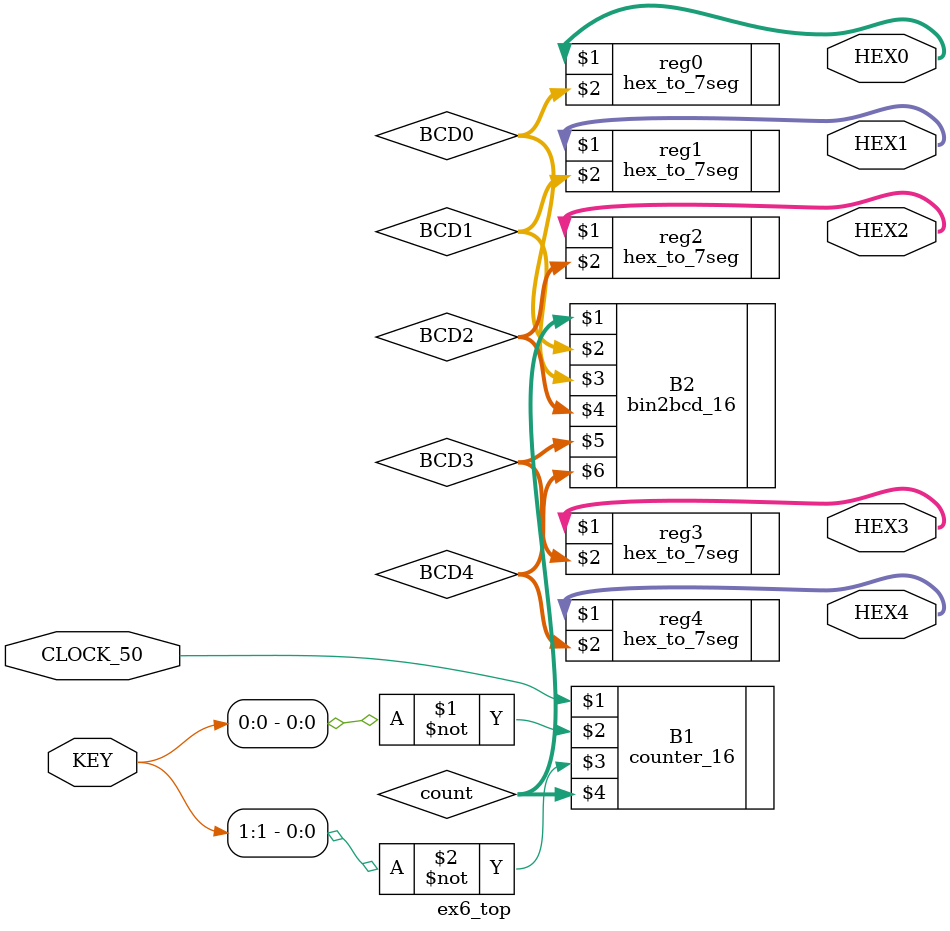
<source format=v>
module ex6_top(
KEY,
CLOCK_50,
HEX0,HEX1,HEX2,HEX3,HEX4
);

  input [1:0] KEY;
  input CLOCK_50;
  output [6:0] HEX0;
  output [6:0]HEX1;
  output [6:0]HEX2;
  output [6:0]HEX3;
  output [6:0]HEX4;

  wire [15:0] count; 
  wire [3:0] BCD0,BCD1,BCD2,BCD3,BCD4;

  counter_16 B1(CLOCK_50,~KEY[0],~KEY[1],count);
  bin2bcd_16 B2(count,BCD0,BCD1,BCD2,BCD3,BCD4);

  hex_to_7seg reg0(HEX0,BCD0);
  hex_to_7seg reg1(HEX1,BCD1);
  hex_to_7seg reg2(HEX2,BCD2);
  hex_to_7seg reg3(HEX3,BCD3);
  hex_to_7seg reg4(HEX4,BCD4);
  

endmodule
</source>
